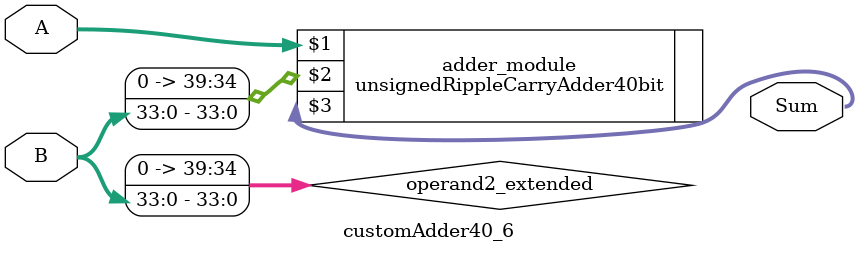
<source format=v>
module customAdder40_6(
                        input [39 : 0] A,
                        input [33 : 0] B,
                        
                        output [40 : 0] Sum
                );

        wire [39 : 0] operand2_extended;
        
        assign operand2_extended =  {6'b0, B};
        
        unsignedRippleCarryAdder40bit adder_module(
            A,
            operand2_extended,
            Sum
        );
        
        endmodule
        
</source>
